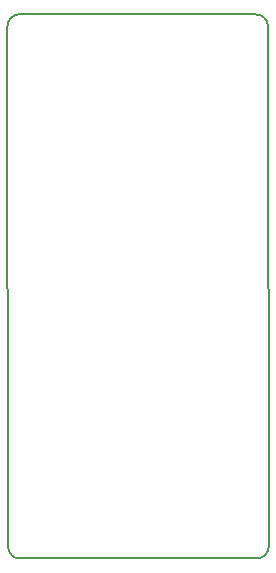
<source format=gbr>
%TF.GenerationSoftware,KiCad,Pcbnew,7.0.2*%
%TF.CreationDate,2023-04-26T23:17:44+02:00*%
%TF.ProjectId,phoenix-thumb,70686f65-6e69-4782-9d74-68756d622e6b,v1.0.0*%
%TF.SameCoordinates,Original*%
%TF.FileFunction,Profile,NP*%
%FSLAX46Y46*%
G04 Gerber Fmt 4.6, Leading zero omitted, Abs format (unit mm)*
G04 Created by KiCad (PCBNEW 7.0.2) date 2023-04-26 23:17:44*
%MOMM*%
%LPD*%
G01*
G04 APERTURE LIST*
%TA.AperFunction,Profile*%
%ADD10C,0.150000*%
%TD*%
G04 APERTURE END LIST*
D10*
X151107109Y-172040202D02*
G75*
G03*
X152099999Y-171040000I-14300J1007112D01*
G01*
X130020000Y-171050000D02*
X129977109Y-126977109D01*
X152040000Y-126990000D02*
X152100000Y-171040000D01*
X130977109Y-125977109D02*
G75*
G03*
X129977109Y-126977109I-9J-999991D01*
G01*
X152040071Y-126990000D02*
G75*
G03*
X151000000Y-125990001I-1000771J0D01*
G01*
X131020000Y-172050000D02*
X151107109Y-172040190D01*
X151000000Y-125990000D02*
X130977109Y-125977109D01*
X130019990Y-171050000D02*
G75*
G03*
X131020000Y-172050000I1000010J10D01*
G01*
M02*

</source>
